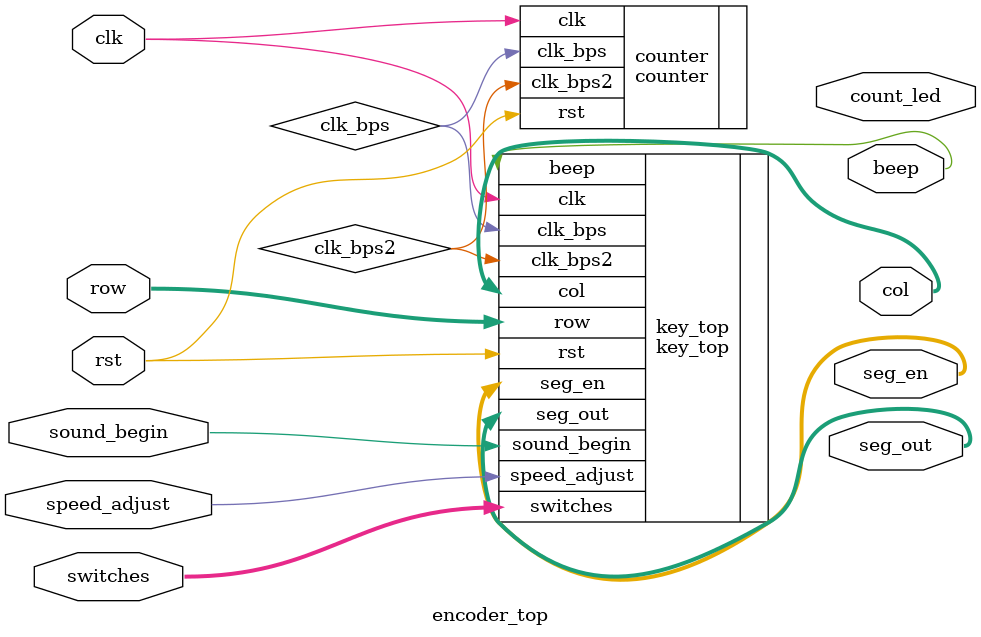
<source format=v>
`timescale 1ns / 1ps

// Create Date: 2021/12/12 21:35:49
// Design Name:
// Module Name: topotp
// Project Name:
// Target Devices:
// Tool Versions:
// Description:

// Dependencies:

// Revision:
// Revision 0.01 - File Created
// Additional Comments:

////////////////////////////////////////////////////////////////////////////////


module encoder_top(input clk,
                   input rst,
                   input [3:0] row,       // ???????? ??
                   output [3:0] col,
                   output [7:0] seg_en,
                   output beep,
                   output [7:0] seg_out,
                   output [2:0] count_led,
                   input [8:0] switches,
                   input speed_adjust,
                   input sound_begin);
    
    wire clk_bps;  // 控制按钮
    wire clk_bps2; // 控制scan_cnt
    counter counter(
    .clk(clk),
    .rst(rst),
    .clk_bps(clk_bps),
    .clk_bps2(clk_bps2)
    );
    
    key_top key_top(
    .clk(clk),
    .clk_bps(clk_bps),
    .clk_bps2(clk_bps2),
    .rst(rst),
    .beep(beep),
    .switches(switches),
    .speed_adjust(speed_adjust),
    .sound_begin(sound_begin),
    .row(row),                 // ???????? ??
    .col(col),
    .seg_en(seg_en),
    .seg_out(seg_out)
    );
    
endmodule

</source>
